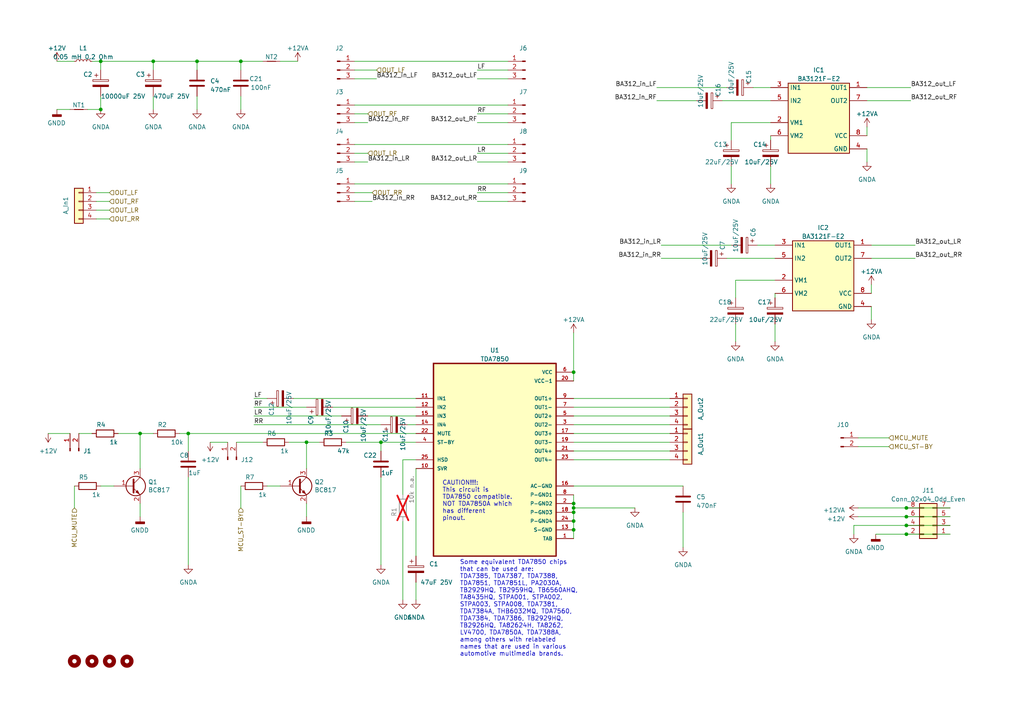
<source format=kicad_sch>
(kicad_sch (version 20230121) (generator eeschema)
  (paper "A4")
  (lib_symbols
    (symbol "BA3121F-E2:BA3121F-E2"
      (property "Reference" "IC" (at 24.13 7.62 0))
      (property "Value" "BA3121F-E2" (at 24.13 5.08 0))
      (symbol "BA3121F-E2_1_1"
        (rectangle (start 5.08 2.54) (end 22.86 -17.78) (stroke (width 0.254)) (fill (type background)))
        (pin passive line (at 27.94 1.27 180) (length 5.08) (name "OUT1") (number "1"))
        (pin passive line (at 0 -8.89 0) (length 5.08) (name "VM1") (number "2"))
        (pin passive line (at 0 1.27 0) (length 5.08) (name "IN1") (number "3"))
        (pin passive line (at 27.94 -16.51 180) (length 5.08) (name "GND") (number "4"))
        (pin passive line (at 0 -2.54 0) (length 5.08) (name "IN2") (number "5"))
        (pin passive line (at 0 -12.7 0) (length 5.08) (name "VM2") (number "6"))
        (pin passive line (at 27.94 -2.54 180) (length 5.08) (name "OUT2") (number "7"))
        (pin passive line (at 27.94 -12.7 180) (length 5.08) (name "VCC") (number "8"))
      )
    )
    (symbol "Connector:Conn_01x02_Pin" (pin_names (offset 1.016) hide)
      (property "Reference" "J" (at 0 2.54 0))
      (property "Value" "Conn_01x02_Pin" (at 0 -5.08 0))
      (symbol "Conn_01x02_Pin_1_1"
        (polyline (pts (xy 1.27 -2.54) (xy 0.8636 -2.54)) (stroke (width 0.1524)))
        (polyline (pts (xy 1.27 0) (xy 0.8636 0)) (stroke (width 0.1524)))
        (rectangle (start 0.8636 -2.413) (end 0 -2.667) (stroke (width 0.1524)) (fill (type outline)))
        (rectangle (start 0.8636 0.127) (end 0 -0.127) (stroke (width 0.1524)) (fill (type outline)))
        (pin passive line (at 5.08 0 180) (length 3.81) (name "Pin_1") (number "1"))
        (pin passive line (at 5.08 -2.54 180) (length 3.81) (name "Pin_2") (number "2"))
      )
    )
    (symbol "Connector:Conn_01x03_Pin" (pin_names (offset 1.016) hide)
      (property "Reference" "J" (at 0 5.08 0))
      (property "Value" "Conn_01x03_Pin" (at 0 -5.08 0))
      (symbol "Conn_01x03_Pin_1_1"
        (polyline (pts (xy 1.27 -2.54) (xy 0.8636 -2.54)) (stroke (width 0.1524)))
        (polyline (pts (xy 1.27 0) (xy 0.8636 0)) (stroke (width 0.1524)))
        (polyline (pts (xy 1.27 2.54) (xy 0.8636 2.54)) (stroke (width 0.1524)))
        (rectangle (start 0.8636 -2.413) (end 0 -2.667) (stroke (width 0.1524)) (fill (type outline)))
        (rectangle (start 0.8636 0.127) (end 0 -0.127) (stroke (width 0.1524)) (fill (type outline)))
        (rectangle (start 0.8636 2.667) (end 0 2.413) (stroke (width 0.1524)) (fill (type outline)))
        (pin passive line (at 5.08 2.54 180) (length 3.81) (name "Pin_1") (number "1"))
        (pin passive line (at 5.08 0 180) (length 3.81) (name "Pin_2") (number "2"))
        (pin passive line (at 5.08 -2.54 180) (length 3.81) (name "Pin_3") (number "3"))
      )
    )
    (symbol "Connector_Generic:Conn_01x04" (pin_names (offset 1.016) hide)
      (property "Reference" "J" (at 0 5.08 0))
      (property "Value" "Conn_01x04" (at 0 -7.62 0))
      (symbol "Conn_01x04_1_1"
        (rectangle (start -1.27 -4.953) (end 0 -5.207) (stroke (width 0.1524)))
        (rectangle (start -1.27 -2.413) (end 0 -2.667) (stroke (width 0.1524)))
        (rectangle (start -1.27 0.127) (end 0 -0.127) (stroke (width 0.1524)))
        (rectangle (start -1.27 2.667) (end 0 2.413) (stroke (width 0.1524)))
        (rectangle (start -1.27 3.81) (end 1.27 -6.35) (stroke (width 0.254)) (fill (type background)))
        (pin passive line (at -5.08 2.54 0) (length 3.81) (name "Pin_1") (number "1"))
        (pin passive line (at -5.08 0 0) (length 3.81) (name "Pin_2") (number "2"))
        (pin passive line (at -5.08 -2.54 0) (length 3.81) (name "Pin_3") (number "3"))
        (pin passive line (at -5.08 -5.08 0) (length 3.81) (name "Pin_4") (number "4"))
      )
    )
    (symbol "Connector_Generic:Conn_02x04_Odd_Even" (pin_names (offset 1.016) hide)
      (property "Reference" "J" (at 1.27 5.08 0))
      (property "Value" "Conn_02x04_Odd_Even" (at 1.27 -7.62 0))
      (symbol "Conn_02x04_Odd_Even_1_1"
        (rectangle (start -1.27 -4.953) (end 0 -5.207) (stroke (width 0.1524)))
        (rectangle (start -1.27 -2.413) (end 0 -2.667) (stroke (width 0.1524)))
        (rectangle (start -1.27 0.127) (end 0 -0.127) (stroke (width 0.1524)))
        (rectangle (start -1.27 2.667) (end 0 2.413) (stroke (width 0.1524)))
        (rectangle (start -1.27 3.81) (end 3.81 -6.35) (stroke (width 0.254)) (fill (type background)))
        (rectangle (start 3.81 -4.953) (end 2.54 -5.207) (stroke (width 0.1524)))
        (rectangle (start 3.81 -2.413) (end 2.54 -2.667) (stroke (width 0.1524)))
        (rectangle (start 3.81 0.127) (end 2.54 -0.127) (stroke (width 0.1524)))
        (rectangle (start 3.81 2.667) (end 2.54 2.413) (stroke (width 0.1524)))
        (pin passive line (at -5.08 2.54 0) (length 3.81) (name "Pin_1") (number "1"))
        (pin passive line (at 7.62 2.54 180) (length 3.81) (name "Pin_2") (number "2"))
        (pin passive line (at -5.08 0 0) (length 3.81) (name "Pin_3") (number "3"))
        (pin passive line (at 7.62 0 180) (length 3.81) (name "Pin_4") (number "4"))
        (pin passive line (at -5.08 -2.54 0) (length 3.81) (name "Pin_5") (number "5"))
        (pin passive line (at 7.62 -2.54 180) (length 3.81) (name "Pin_6") (number "6"))
        (pin passive line (at -5.08 -5.08 0) (length 3.81) (name "Pin_7") (number "7"))
        (pin passive line (at 7.62 -5.08 180) (length 3.81) (name "Pin_8") (number "8"))
      )
    )
    (symbol "Device:C" (pin_numbers hide) (pin_names (offset 0.254))
      (property "Reference" "C" (at 0.635 2.54 0))
      (property "Value" "C" (at 0.635 -2.54 0))
      (symbol "C_0_1"
        (polyline (pts (xy -2.032 -0.762) (xy 2.032 -0.762)) (stroke (width 0.508)))
        (polyline (pts (xy -2.032 0.762) (xy 2.032 0.762)) (stroke (width 0.508)))
      )
      (symbol "C_1_1"
        (pin passive line (at 0 3.81 270) (length 2.794) (name "~") (number "1"))
        (pin passive line (at 0 -3.81 90) (length 2.794) (name "~") (number "2"))
      )
    )
    (symbol "Device:C_Polarized" (pin_numbers hide) (pin_names (offset 0.254))
      (property "Reference" "C" (at 0.635 2.54 0))
      (property "Value" "C_Polarized" (at 0.635 -2.54 0))
      (symbol "C_Polarized_0_1"
        (rectangle (start -2.286 0.508) (end 2.286 1.016))
        (polyline (pts (xy -1.778 2.286) (xy -0.762 2.286)))
        (polyline (pts (xy -1.27 2.794) (xy -1.27 1.778)))
        (rectangle (start 2.286 -0.508) (end -2.286 -1.016) (fill (type outline)))
      )
      (symbol "C_Polarized_1_1"
        (pin passive line (at 0 3.81 270) (length 2.794) (name "~") (number "1"))
        (pin passive line (at 0 -3.81 90) (length 2.794) (name "~") (number "2"))
      )
    )
    (symbol "Device:L_Small" (pin_numbers hide) (pin_names (offset 0.254) hide)
      (property "Reference" "L" (at 0.762 1.016 0))
      (property "Value" "L_Small" (at 0.762 -1.016 0))
      (symbol "L_Small_0_1"
        (arc (start 0 -2.032) (mid 0.5058 -1.524) (end 0 -1.016))
        (arc (start 0 -1.016) (mid 0.5058 -0.508) (end 0 0))
        (arc (start 0 0) (mid 0.5058 0.508) (end 0 1.016))
        (arc (start 0 1.016) (mid 0.5058 1.524) (end 0 2.032))
      )
      (symbol "L_Small_1_1"
        (pin passive line (at 0 2.54 270) (length 0.508) (name "~") (number "1"))
        (pin passive line (at 0 -2.54 90) (length 0.508) (name "~") (number "2"))
      )
    )
    (symbol "Device:NetTie_2" (pin_numbers hide) (pin_names (offset 0) hide) (in_bom no)
      (property "Reference" "NT" (at 0 1.27 0))
      (property "Value" "NetTie_2" (at 0 -1.27 0))
      (symbol "NetTie_2_0_1"
        (polyline (pts (xy -1.27 0) (xy 1.27 0)) (stroke (width 0.254)))
      )
      (symbol "NetTie_2_1_1"
        (pin passive line (at -2.54 0 0) (length 2.54) (name "1") (number "1"))
        (pin passive line (at 2.54 0 180) (length 2.54) (name "2") (number "2"))
      )
    )
    (symbol "Device:R" (pin_numbers hide) (pin_names (offset 0))
      (property "Reference" "R" (at 2.032 0 90))
      (property "Value" "R" (at 0 0 90))
      (symbol "R_0_1"
        (rectangle (start -1.016 -2.54) (end 1.016 2.54) (stroke (width 0.254)))
      )
      (symbol "R_1_1"
        (pin passive line (at 0 3.81 270) (length 1.27) (name "~") (number "1"))
        (pin passive line (at 0 -3.81 90) (length 1.27) (name "~") (number "2"))
      )
    )
    (symbol "Mechanical:MountingHole" (pin_names (offset 1.016))
      (property "Reference" "H" (at 0 5.08 0))
      (property "Value" "MountingHole" (at 0 3.175 0))
      (symbol "MountingHole_0_1"
        (circle (center 0 0) (radius 1.27) (stroke (width 1.27)))
      )
    )
    (symbol "TDA7850:TDA7850" (pin_names (offset 1.016))
      (property "Reference" "U" (at -17.8261 29.0149 0))
      (property "Value" "TDA7850" (at -17.7873 -31.9532 0))
      (symbol "TDA7850_0_0"
        (rectangle (start -17.78 -27.94) (end 17.78 27.94) (stroke (width 0.41)) (fill (type background)))
        (pin power_in line (at 22.86 -22.86 180) (length 5.08) (name "TAB") (number "1"))
        (pin bidirectional line (at -22.86 -2.54 0) (length 5.08) (name "SVR") (number "10"))
        (pin input line (at -22.86 17.78 0) (length 5.08) (name "IN1") (number "11"))
        (pin input line (at -22.86 15.24 0) (length 5.08) (name "IN2") (number "12"))
        (pin power_in line (at 22.86 -20.32 180) (length 5.08) (name "S-GND") (number "13"))
        (pin input line (at -22.86 10.16 0) (length 5.08) (name "IN4") (number "14"))
        (pin input line (at -22.86 12.7 0) (length 5.08) (name "IN3") (number "15"))
        (pin power_in line (at 22.86 -7.62 180) (length 5.08) (name "AC-GND") (number "16"))
        (pin output line (at 22.86 7.62 180) (length 5.08) (name "OUT3+") (number "17"))
        (pin power_in line (at 22.86 -15.24 180) (length 5.08) (name "P-GND3") (number "18"))
        (pin output line (at 22.86 5.08 180) (length 5.08) (name "OUT3-") (number "19"))
        (pin power_in line (at 22.86 -12.7 180) (length 5.08) (name "P-GND2") (number "2"))
        (pin power_in line (at 22.86 22.86 180) (length 5.08) (name "VCC-1") (number "20"))
        (pin output line (at 22.86 2.54 180) (length 5.08) (name "OUT4+") (number "21"))
        (pin input line (at -22.86 7.62 0) (length 5.08) (name "MUTE") (number "22"))
        (pin output line (at 22.86 0 180) (length 5.08) (name "OUT4-") (number "23"))
        (pin power_in line (at 22.86 -17.78 180) (length 5.08) (name "P-GND4") (number "24"))
        (pin bidirectional line (at -22.86 0 0) (length 5.08) (name "HSD") (number "25"))
        (pin output line (at 22.86 10.16 180) (length 5.08) (name "OUT2-") (number "3"))
        (pin input line (at -22.86 5.08 0) (length 5.08) (name "ST-BY") (number "4"))
        (pin output line (at 22.86 12.7 180) (length 5.08) (name "OUT2+") (number "5"))
        (pin power_in line (at 22.86 25.4 180) (length 5.08) (name "VCC") (number "6"))
        (pin output line (at 22.86 15.24 180) (length 5.08) (name "OUT1-") (number "7"))
        (pin power_in line (at 22.86 -10.16 180) (length 5.08) (name "P-GND1") (number "8"))
        (pin output line (at 22.86 17.78 180) (length 5.08) (name "OUT1+") (number "9"))
      )
    )
    (symbol "Transistor_BJT:BC817" (pin_names (offset 0) hide)
      (property "Reference" "Q" (at 5.08 1.905 0))
      (property "Value" "BC817" (at 5.08 0 0))
      (symbol "BC817_0_1"
        (polyline (pts (xy 0.635 0.635) (xy 2.54 2.54)))
        (polyline (pts (xy 0.635 -0.635) (xy 2.54 -2.54) (xy 2.54 -2.54)))
        (polyline (pts (xy 0.635 1.905) (xy 0.635 -1.905) (xy 0.635 -1.905)) (stroke (width 0.508)))
        (polyline (pts (xy 1.27 -1.778) (xy 1.778 -1.27) (xy 2.286 -2.286) (xy 1.27 -1.778) (xy 1.27 -1.778)) (fill (type outline)))
        (circle (center 1.27 0) (radius 2.8194) (stroke (width 0.254)))
      )
      (symbol "BC817_1_1"
        (pin input line (at -5.08 0 0) (length 5.715) (name "B") (number "1"))
        (pin passive line (at 2.54 -5.08 90) (length 2.54) (name "E") (number "2"))
        (pin passive line (at 2.54 5.08 270) (length 2.54) (name "C") (number "3"))
      )
    )
    (symbol "power:+12V" (power) (pin_names (offset 0))
      (property "Value" "+12V" (at 0 3.556 0))
      (symbol "+12V_0_1"
        (polyline (pts (xy -0.762 1.27) (xy 0 2.54)))
        (polyline (pts (xy 0 0) (xy 0 2.54)))
        (polyline (pts (xy 0 2.54) (xy 0.762 1.27)))
      )
      (symbol "+12V_1_1"
        (pin power_in line (at 0 0 90) (length 0) hide (name "+12V") (number "1"))
      )
    )
    (symbol "power:+12VA" (power) (pin_names (offset 0))
      (property "Value" "+12VA" (at 0 3.556 0))
      (symbol "+12VA_0_1"
        (polyline (pts (xy -0.762 1.27) (xy 0 2.54)))
        (polyline (pts (xy 0 0) (xy 0 2.54)))
        (polyline (pts (xy 0 2.54) (xy 0.762 1.27)))
      )
      (symbol "+12VA_1_1"
        (pin power_in line (at 0 0 90) (length 0) hide (name "+12VA") (number "1"))
      )
    )
    (symbol "power:GNDA" (power) (pin_names (offset 0))
      (property "Value" "GNDA" (at 0 -3.81 0))
      (symbol "GNDA_0_1"
        (polyline (pts (xy 0 0) (xy 0 -1.27) (xy 1.27 -1.27) (xy 0 -2.54) (xy -1.27 -1.27) (xy 0 -1.27)))
      )
      (symbol "GNDA_1_1"
        (pin power_in line (at 0 0 270) (length 0) hide (name "GNDA") (number "1"))
      )
    )
    (symbol "power:GNDD" (power) (pin_names (offset 0))
      (property "Value" "GNDD" (at 0 -3.175 0))
      (symbol "GNDD_0_1"
        (rectangle (start -1.27 -1.524) (end 1.27 -2.032) (stroke (width 0.254)) (fill (type outline)))
        (polyline (pts (xy 0 0) (xy 0 -1.524)))
      )
      (symbol "GNDD_1_1"
        (pin power_in line (at 0 0 270) (length 0) hide (name "GNDD") (number "1"))
      )
    )
  )
  (junction (at 166.37 107.95))
  (junction (at 44.45 17.78))
  (junction (at 29.21 31.75))
  (junction (at 110.49 128.27))
  (junction (at 166.37 151.13))
  (junction (at 262.89 154.94))
  (junction (at 69.85 17.78))
  (junction (at 262.89 152.4))
  (junction (at 54.61 125.73))
  (junction (at 29.21 17.78))
  (junction (at 57.15 17.78))
  (junction (at 166.37 153.67))
  (junction (at 262.89 149.86))
  (junction (at 166.37 148.59))
  (junction (at 40.64 125.73))
  (junction (at 166.37 146.05))
  (junction (at 166.37 147.32))
  (junction (at 88.9 128.27))
  (junction (at 262.89 147.32))
  (wire (pts (xy 166.37 151.13) (xy 166.37 153.67)))
  (wire (pts (xy 166.37 147.32) (xy 166.37 148.59)))
  (wire (pts (xy 209.55 29.21) (xy 223.52 29.21)))
  (wire (pts (xy 40.64 146.05) (xy 40.64 149.86)))
  (wire (pts (xy 77.47 140.97) (xy 81.28 140.97)))
  (wire (pts (xy 102.87 46.99) (xy 106.68 46.99)))
  (wire (pts (xy 26.67 17.78) (xy 29.21 17.78)))
  (wire (pts (xy 69.85 17.78) (xy 69.85 20.32)))
  (wire (pts (xy 251.46 29.21) (xy 264.16 29.21)))
  (wire (pts (xy 52.07 125.73) (xy 54.61 125.73)))
  (wire (pts (xy 31.75 60.96) (xy 27.94 60.96)))
  (wire (pts (xy 88.9 128.27) (xy 88.9 135.89)))
  (wire (pts (xy 191.77 74.93) (xy 203.2 74.93)))
  (wire (pts (xy 40.64 125.73) (xy 40.64 135.89)))
  (wire (pts (xy 252.73 74.93) (xy 265.43 74.93)))
  (wire (pts (xy 88.9 128.27) (xy 92.71 128.27)))
  (wire (pts (xy 212.09 48.26) (xy 212.09 53.34)))
  (wire (pts (xy 224.79 93.98) (xy 224.79 99.06)))
  (wire (pts (xy 219.71 71.12) (xy 224.79 71.12)))
  (wire (pts (xy 29.21 17.78) (xy 44.45 17.78)))
  (wire (pts (xy 120.65 168.91) (xy 120.65 173.99)))
  (wire (pts (xy 166.37 128.27) (xy 194.31 128.27)))
  (wire (pts (xy 110.49 138.43) (xy 110.49 163.83)))
  (wire (pts (xy 110.49 128.27) (xy 120.65 128.27)))
  (wire (pts (xy 116.84 151.13) (xy 116.84 173.99)))
  (wire (pts (xy 118.11 123.19) (xy 120.65 123.19)))
  (wire (pts (xy 262.89 147.32) (xy 275.59 147.32)))
  (wire (pts (xy 166.37 153.67) (xy 166.37 156.21)))
  (wire (pts (xy 69.85 17.78) (xy 76.2 17.78)))
  (wire (pts (xy 251.46 36.83) (xy 251.46 39.37)))
  (wire (pts (xy 73.66 123.19) (xy 110.49 123.19)))
  (wire (pts (xy 223.52 35.56) (xy 212.09 35.56)))
  (wire (pts (xy 138.43 46.99) (xy 147.32 46.99)))
  (wire (pts (xy 44.45 27.94) (xy 44.45 31.75)))
  (wire (pts (xy 29.21 20.32) (xy 29.21 17.78)))
  (wire (pts (xy 254 154.94) (xy 262.89 154.94)))
  (wire (pts (xy 57.15 27.94) (xy 57.15 31.75)))
  (wire (pts (xy 120.65 135.89) (xy 120.65 161.29)))
  (wire (pts (xy 166.37 125.73) (xy 194.31 125.73)))
  (wire (pts (xy 29.21 27.94) (xy 29.21 31.75)))
  (wire (pts (xy 166.37 143.51) (xy 166.37 146.05)))
  (wire (pts (xy 102.87 30.48) (xy 147.32 30.48)))
  (wire (pts (xy 224.79 85.09) (xy 224.79 86.36)))
  (wire (pts (xy 110.49 128.27) (xy 110.49 130.81)))
  (wire (pts (xy 166.37 133.35) (xy 194.31 133.35)))
  (wire (pts (xy 166.37 130.81) (xy 194.31 130.81)))
  (wire (pts (xy 16.51 17.78) (xy 21.59 17.78)))
  (wire (pts (xy 166.37 118.11) (xy 194.31 118.11)))
  (wire (pts (xy 190.5 29.21) (xy 201.93 29.21)))
  (wire (pts (xy 213.36 81.28) (xy 213.36 86.36)))
  (wire (pts (xy 213.36 93.98) (xy 213.36 99.06)))
  (wire (pts (xy 248.92 129.54) (xy 257.81 129.54)))
  (wire (pts (xy 106.68 44.45) (xy 102.87 44.45)))
  (wire (pts (xy 40.64 125.73) (xy 44.45 125.73)))
  (wire (pts (xy 102.87 58.42) (xy 107.95 58.42)))
  (wire (pts (xy 198.12 148.59) (xy 198.12 158.75)))
  (wire (pts (xy 210.82 74.93) (xy 224.79 74.93)))
  (wire (pts (xy 100.33 128.27) (xy 110.49 128.27)))
  (wire (pts (xy 138.43 55.88) (xy 147.32 55.88)))
  (wire (pts (xy 166.37 115.57) (xy 194.31 115.57)))
  (wire (pts (xy 252.73 88.9) (xy 252.73 92.71)))
  (wire (pts (xy 102.87 35.56) (xy 106.68 35.56)))
  (wire (pts (xy 212.09 35.56) (xy 212.09 40.64)))
  (wire (pts (xy 191.77 71.12) (xy 212.09 71.12)))
  (wire (pts (xy 102.87 17.78) (xy 147.32 17.78)))
  (wire (pts (xy 138.43 44.45) (xy 147.32 44.45)))
  (wire (pts (xy 251.46 25.4) (xy 264.16 25.4)))
  (wire (pts (xy 248.92 127) (xy 257.81 127)))
  (wire (pts (xy 31.75 63.5) (xy 27.94 63.5)))
  (wire (pts (xy 262.89 149.86) (xy 275.59 149.86)))
  (wire (pts (xy 54.61 125.73) (xy 120.65 125.73)))
  (wire (pts (xy 166.37 147.32) (xy 184.15 147.32)))
  (wire (pts (xy 166.37 120.65) (xy 194.31 120.65)))
  (wire (pts (xy 34.29 125.73) (xy 40.64 125.73)))
  (wire (pts (xy 224.79 81.28) (xy 213.36 81.28)))
  (wire (pts (xy 73.66 115.57) (xy 77.47 115.57)))
  (wire (pts (xy 81.28 17.78) (xy 86.36 17.78)))
  (wire (pts (xy 22.86 125.73) (xy 26.67 125.73)))
  (wire (pts (xy 109.22 20.32) (xy 102.87 20.32)))
  (wire (pts (xy 44.45 17.78) (xy 57.15 17.78)))
  (wire (pts (xy 13.97 125.73) (xy 20.32 125.73)))
  (wire (pts (xy 57.15 17.78) (xy 69.85 17.78)))
  (wire (pts (xy 88.9 146.05) (xy 88.9 149.86)))
  (wire (pts (xy 54.61 138.43) (xy 54.61 163.83)))
  (wire (pts (xy 21.59 140.97) (xy 21.59 147.32)))
  (wire (pts (xy 138.43 22.86) (xy 147.32 22.86)))
  (wire (pts (xy 96.52 118.11) (xy 120.65 118.11)))
  (wire (pts (xy 102.87 41.91) (xy 147.32 41.91)))
  (wire (pts (xy 262.89 152.4) (xy 275.59 152.4)))
  (wire (pts (xy 102.87 53.34) (xy 147.32 53.34)))
  (wire (pts (xy 31.75 58.42) (xy 27.94 58.42)))
  (wire (pts (xy 68.58 128.27) (xy 76.2 128.27)))
  (wire (pts (xy 107.95 55.88) (xy 102.87 55.88)))
  (wire (pts (xy 138.43 35.56) (xy 147.32 35.56)))
  (wire (pts (xy 60.96 128.27) (xy 66.04 128.27)))
  (wire (pts (xy 54.61 125.73) (xy 54.61 130.81)))
  (wire (pts (xy 116.84 133.35) (xy 120.65 133.35)))
  (wire (pts (xy 25.4 31.75) (xy 29.21 31.75)))
  (wire (pts (xy 16.51 31.75) (xy 20.32 31.75)))
  (wire (pts (xy 252.73 71.12) (xy 265.43 71.12)))
  (wire (pts (xy 248.92 147.32) (xy 262.89 147.32)))
  (wire (pts (xy 190.5 25.4) (xy 210.82 25.4)))
  (wire (pts (xy 262.89 154.94) (xy 275.59 154.94)))
  (wire (pts (xy 31.75 55.88) (xy 27.94 55.88)))
  (wire (pts (xy 251.46 43.18) (xy 251.46 46.99)))
  (wire (pts (xy 166.37 140.97) (xy 198.12 140.97)))
  (wire (pts (xy 166.37 96.52) (xy 166.37 107.95)))
  (wire (pts (xy 223.52 48.26) (xy 223.52 53.34)))
  (wire (pts (xy 247.65 152.4) (xy 262.89 152.4)))
  (wire (pts (xy 116.84 143.51) (xy 116.84 133.35)))
  (wire (pts (xy 83.82 128.27) (xy 88.9 128.27)))
  (wire (pts (xy 69.85 140.97) (xy 69.85 147.32)))
  (wire (pts (xy 73.66 120.65) (xy 99.06 120.65)))
  (wire (pts (xy 247.65 152.4) (xy 247.65 154.94)))
  (wire (pts (xy 252.73 82.55) (xy 252.73 85.09)))
  (wire (pts (xy 166.37 146.05) (xy 166.37 147.32)))
  (wire (pts (xy 166.37 107.95) (xy 166.37 110.49)))
  (wire (pts (xy 85.09 115.57) (xy 120.65 115.57)))
  (wire (pts (xy 73.66 118.11) (xy 88.9 118.11)))
  (wire (pts (xy 138.43 20.32) (xy 147.32 20.32)))
  (wire (pts (xy 166.37 148.59) (xy 166.37 151.13)))
  (wire (pts (xy 69.85 27.94) (xy 69.85 31.75)))
  (wire (pts (xy 44.45 17.78) (xy 44.45 20.32)))
  (wire (pts (xy 248.92 149.86) (xy 262.89 149.86)))
  (wire (pts (xy 223.52 39.37) (xy 223.52 40.64)))
  (wire (pts (xy 29.21 140.97) (xy 33.02 140.97)))
  (wire (pts (xy 138.43 58.42) (xy 147.32 58.42)))
  (wire (pts (xy 218.44 25.4) (xy 223.52 25.4)))
  (wire (pts (xy 166.37 123.19) (xy 194.31 123.19)))
  (wire (pts (xy 106.68 33.02) (xy 102.87 33.02)))
  (wire (pts (xy 138.43 33.02) (xy 147.32 33.02)))
  (wire (pts (xy 102.87 22.86) (xy 109.22 22.86)))
  (wire (pts (xy 106.68 120.65) (xy 120.65 120.65)))
  (wire (pts (xy 57.15 17.78) (xy 57.15 20.32)))
  (text "Some equivalent TDA7850 chips\nthat can be used are:\nTDA7385, TDA7387, TDA7388,\nTDA7851, TDA7851L, PA2030A,\nTB2929HQ, TB2959HQ, TB6560AHQ,\nTA8435HQ, STPA001, STPA002,\nSTPA003, STPA008, TDA7381,\nTDA7384A, THB6032MQ, TDA7560,\nTDA7384, TDA7386, TB2929HQ,\nTB2926HQ, TA82624H, TA8262,\nLV4700, TDA7850A, TDA7388A,\namong others with relabeled\nnames that are used in various\nautomotive multimedia brands." (at 133.35 190.5 0) (effects (font (size 1.27 1.27)) (justify left bottom)))
  (text "CAUTION!!!:\nThis circuit is\nTDA7850 compatible.\nNOT TDA7850A which\nhas different\npinout." (at 128.27 151.13 0) (effects (font (size 1.27 1.27)) (justify left bottom)))
  (label "RR" (at 73.66 123.19 0))
  (label "BA312_in_RR" (at 107.95 58.42 0))
  (label "LR" (at 73.66 120.65 0))
  (label "RR" (at 138.43 55.88 0))
  (label "BA312_in_LR" (at 106.68 46.99 0))
  (label "BA312_out_RR" (at 138.43 58.42 180))
  (label "LR" (at 138.43 44.45 0))
  (label "LF" (at 97.79 -24.13 0))
  (label "BA312_in_RF" (at 190.5 29.21 180))
  (label "BA312_out_RF" (at 264.16 29.21 0))
  (label "BA312_out_LR" (at 138.43 46.99 180))
  (label "BA312_in_LF" (at 109.22 22.86 0))
  (label "BA312_in_RF" (at 106.68 35.56 0))
  (label "BA312_out_LF" (at 138.43 22.86 180))
  (label "LF" (at 73.66 115.57 0))
  (label "BA312_out_LR" (at 265.43 71.12 0))
  (label "BA312_out_RF" (at 138.43 35.56 180))
  (label "BA312_out_LF" (at 264.16 25.4 0))
  (label "BA312_in_RR" (at 191.77 74.93 180))
  (label "BA312_in_LF" (at 190.5 25.4 180))
  (label "RF" (at 138.43 33.02 0))
  (label "LF" (at 138.43 20.32 0))
  (label "BA312_in_LR" (at 191.77 71.12 180))
  (label "BA312_out_RR" (at 265.43 74.93 0))
  (label "RF" (at 73.66 118.11 0))
  (hierarchical_label "OUT_LF" (shape input) (at 109.22 20.32 0))
  (hierarchical_label "OUT_LF" (shape input) (at 31.75 55.88 0))
  (hierarchical_label "OUT_RF" (shape input) (at 31.75 58.42 0))
  (hierarchical_label "OUT_RR" (shape input) (at 107.95 55.88 0))
  (hierarchical_label "MCU_MUTE" (shape input) (at 257.81 127 0))
  (hierarchical_label "OUT_RR" (shape input) (at 31.75 63.5 0))
  (hierarchical_label "MCU_ST-BY" (shape input) (at 69.85 147.32 270))
  (hierarchical_label "OUT_LR" (shape input) (at 106.68 44.45 0))
  (hierarchical_label "OUT_RF" (shape input) (at 106.68 33.02 0))
  (hierarchical_label "OUT_LR" (shape input) (at 31.75 60.96 0))
  (hierarchical_label "MCU_ST-BY" (shape input) (at 257.81 129.54 0))
  (hierarchical_label "MCU_MUTE" (shape input) (at 21.59 147.32 270))
  (symbol (lib_id "Device:C") (at 57.15 24.13 0) (unit 1)
    (property "Reference" "C4" (at 60.96 23.495 0) (effects (justify left)))
    (property "Value" "470nF" (at 60.96 26.035 0) (effects (justify left)))
    (property "Footprint" "Capacitor_SMD:C_0603_1608Metric" (effects hide))
    (property "Manufacturer" "SAMSUNG" (effects hide))
    (property "Manufacturer no." "CL10B474KA8NFNC" (effects hide))
    (property "TME no." "CL10B474KA8NFNC" (effects hide))
  )
  (symbol (lib_id "Connector:Conn_01x03_Pin") (at 97.79 20.32 0) (unit 1)
    (property "Reference" "J2" (at 98.425 13.97 0))
    (property "Value" "Conn_01x03_Pin" (effects hide))
    (property "Footprint" "Connector_PinSocket_2.54mm:PinSocket_1x03_P2.54mm_Vertical" (effects hide))
  )
  (symbol (lib_id "Mechanical:MountingHole") (at 31.75 191.77 0) (unit 1)
    (property "Reference" "H3" (effects hide))
    (property "Value" "MountingHole" (effects hide))
    (property "Footprint" "MountingHole:MountingHole_3.2mm_M3" (effects hide))
  )
  (symbol (lib_id "power:+12V") (at 248.92 149.86 90) (unit 1)
    (property "Reference" "#PWR020" (effects hide))
    (property "Value" "+12V" (at 245.11 150.495 90) (effects (justify left)))
  )
  (symbol (lib_id "power:GNDA") (at 120.65 173.99 0) (unit 1)
    (property "Reference" "#PWR012" (effects hide))
    (property "Value" "GNDA" (at 120.65 179.07 0))
  )
  (symbol (lib_id "power:GNDA") (at 57.15 31.75 0) (unit 1)
    (property "Reference" "#PWR09" (effects hide))
    (property "Value" "GNDA" (at 57.15 36.83 0))
  )
  (symbol (lib_id "Device:C") (at 69.85 24.13 0) (mirror y) (unit 1)
    (property "Reference" "C21" (at 76.2 22.86 0) (effects (justify left)))
    (property "Value" "100nF" (at 78.74 25.4 0) (effects (justify left)))
    (property "Footprint" "Capacitor_SMD:C_0603_1608Metric" (effects hide))
    (property "TME no." "0603F104Z250CT" (effects hide))
  )
  (symbol (lib_id "Device:R") (at 73.66 140.97 90) (mirror x) (unit 1)
    (property "Reference" "R7" (at 71.12 138.43 90) (effects (justify right)))
    (property "Value" "1k" (at 74.93 143.51 90) (effects (justify right)))
    (property "Footprint" "Resistor_SMD:R_0603_1608Metric" (effects hide))
    (property "Module" "DAB+" (effects hide))
    (property "TME no." "RC0603FR-1310KL" (effects hide))
  )
  (symbol (lib_id "Device:R") (at 48.26 125.73 90) (mirror x) (unit 1)
    (property "Reference" "R2" (at 45.72 123.19 90) (effects (justify right)))
    (property "Value" "10k" (at 49.53 128.27 90) (effects (justify right)))
    (property "Footprint" "Resistor_SMD:R_0603_1608Metric" (effects hide))
    (property "Module" "DAB+" (effects hide))
    (property "TME no." "RC0603FR-1310KL" (effects hide))
  )
  (symbol (lib_id "Device:NetTie_2") (at 22.86 31.75 0) (unit 1) (in_bom no)
    (property "Reference" "NT1" (at 22.86 30.48 0))
    (property "Value" "NetTie_2" (effects hide))
    (property "Footprint" "Tie:Tie" (effects hide))
  )
  (symbol (lib_id "Connector:Conn_01x02_Pin") (at 243.84 127 0) (unit 1)
    (property "Reference" "J10" (at 244.475 123.19 0))
    (property "Value" "Conn_01x02_Pin" (effects hide))
    (property "Footprint" "Connector_PinSocket_2.54mm:PinSocket_1x02_P2.54mm_Vertical" (effects hide))
  )
  (symbol (lib_id "Connector:Conn_01x03_Pin") (at 97.79 44.45 0) (unit 1)
    (property "Reference" "J4" (at 98.425 38.1 0))
    (property "Value" "Conn_01x03_Pin" (effects hide))
    (property "Footprint" "Connector_PinSocket_2.54mm:PinSocket_1x03_P2.54mm_Vertical" (effects hide))
  )
  (symbol (lib_id "TDA7850:TDA7850") (at 143.51 133.35 0) (unit 1)
    (property "Reference" "U1" (at 143.51 101.6 0))
    (property "Value" "TDA7850" (at 143.51 104.14 0))
    (property "Footprint" "TDA7850:TO100P2930X465X1937-25" (effects hide))
    (property "Description" "\nAmplifier IC 4-Channel (Quad) Class AB 25-Flexiwatt (Horizontal)\n" (effects hide))
  )
  (symbol (lib_id "Connector:Conn_01x03_Pin") (at 97.79 33.02 0) (unit 1)
    (property "Reference" "J3" (at 98.425 26.67 0))
    (property "Value" "Conn_01x03_Pin" (effects hide))
    (property "Footprint" "Connector_PinSocket_2.54mm:PinSocket_1x03_P2.54mm_Vertical" (effects hide))
  )
  (symbol (lib_id "Device:L_Small") (at 24.13 17.78 90) (unit 1)
    (property "Reference" "L1" (at 24.13 13.97 90))
    (property "Value" "0.05 mH 0.2 Ohm" (at 24.13 16.51 90))
    (property "Footprint" "Inductor_THT:L_Toroid_Vertical_L16.0mm_W8.0mm_P7.62mm" (effects hide))
  )
  (symbol (lib_id "Device:C_Polarized") (at 223.52 44.45 0) (unit 1)
    (property "Reference" "C14" (at 218.44 41.91 0) (effects (justify left)))
    (property "Value" "10uF/25V" (at 215.9 46.99 0) (effects (justify left)))
    (property "Footprint" "Capacitor_THT:CP_Radial_D5.0mm_P2.00mm" (effects hide))
    (property "Manufacturer" "ELNA" (effects hide))
    (property "Manufacturer no." "RBD 10uF/25V" (effects hide))
  )
  (symbol (lib_id "power:GNDA") (at 247.65 154.94 0) (unit 1)
    (property "Reference" "#PWR022" (effects hide))
    (property "Value" "GNDA" (at 247.65 160.02 0))
  )
  (symbol (lib_id "Device:C_Polarized") (at 92.71 118.11 90) (unit 1)
    (property "Reference" "C9" (at 90.17 123.19 0) (effects (justify left)))
    (property "Value" "10uF/25V" (at 95.25 125.73 0) (effects (justify left)))
    (property "Footprint" "Capacitor_THT:CP_Radial_D5.0mm_P2.00mm" (effects hide))
    (property "Manufacturer" "ELNA" (effects hide))
    (property "Manufacturer no." "RBD 10uF/25V" (effects hide))
  )
  (symbol (lib_id "BA3121F-E2:BA3121F-E2") (at 224.79 72.39 0) (unit 1)
    (property "Reference" "IC2" (at 238.76 66.04 0))
    (property "Value" "BA3121F-E2" (at 238.76 68.58 0))
    (property "Footprint" "BA3121:SOIC127P620X160-8N" (effects hide))
    (property "Datasheet" "http://rohmfs.rohm.com/en/products/databook/datasheet/ic/audio_video/audio_amplifier/ba3121f-e.pdf" (effects hide))
  )
  (symbol (lib_id "Connector:Conn_01x03_Pin") (at 152.4 55.88 0) (mirror y) (unit 1)
    (property "Reference" "J9" (at 151.765 49.53 0))
    (property "Value" "Conn_01x03_Pin" (effects hide))
    (property "Footprint" "Connector_PinSocket_2.54mm:PinSocket_1x03_P2.54mm_Vertical" (effects hide))
  )
  (symbol (lib_id "power:GNDA") (at 252.73 92.71 0) (unit 1)
    (property "Reference" "#PWR032" (effects hide))
    (property "Value" "GNDA" (at 252.73 97.79 0))
  )
  (symbol (lib_id "Connector:Conn_01x03_Pin") (at 152.4 33.02 0) (mirror y) (unit 1)
    (property "Reference" "J7" (at 151.765 26.67 0))
    (property "Value" "Conn_01x03_Pin" (effects hide))
    (property "Footprint" "Connector_PinSocket_2.54mm:PinSocket_1x03_P2.54mm_Vertical" (effects hide))
  )
  (symbol (lib_id "Device:C_Polarized") (at 205.74 29.21 270) (unit 1)
    (property "Reference" "C16" (at 208.28 24.13 0) (effects (justify left)))
    (property "Value" "10uF/25V" (at 203.2 21.59 0) (effects (justify left)))
    (property "Footprint" "Capacitor_THT:CP_Radial_D5.0mm_P2.00mm" (effects hide))
    (property "Manufacturer" "ELNA" (effects hide))
    (property "Manufacturer no." "RBD 10uF/25V" (effects hide))
  )
  (symbol (lib_id "Device:C_Polarized") (at 215.9 71.12 270) (unit 1)
    (property "Reference" "C6" (at 218.44 66.04 0) (effects (justify left)))
    (property "Value" "10uF/25V" (at 213.36 63.5 0) (effects (justify left)))
    (property "Footprint" "Capacitor_THT:CP_Radial_D5.0mm_P2.00mm" (effects hide))
    (property "Manufacturer" "ELNA" (effects hide))
    (property "Manufacturer no." "RBD 10uF/25V" (effects hide))
  )
  (symbol (lib_id "power:GNDD") (at 16.51 31.75 0) (mirror y) (unit 1)
    (property "Reference" "#PWR06" (effects hide))
    (property "Value" "GNDD" (at 16.4084 35.687 0))
  )
  (symbol (lib_id "power:+12V") (at 13.97 125.73 180) (unit 1)
    (property "Reference" "#PWR016" (effects hide))
    (property "Value" "+12V" (at 13.97 130.81 0))
  )
  (symbol (lib_id "power:+12V") (at 16.51 17.78 0) (unit 1)
    (property "Reference" "#PWR04" (effects hide))
    (property "Value" "+12V" (at 16.51 13.97 0))
  )
  (symbol (lib_id "Device:R") (at 30.48 125.73 90) (mirror x) (unit 1)
    (property "Reference" "R4" (at 27.94 123.19 90) (effects (justify right)))
    (property "Value" "1k" (at 31.75 128.27 90) (effects (justify right)))
    (property "Footprint" "Resistor_SMD:R_0603_1608Metric" (effects hide))
    (property "Module" "DAB+" (effects hide))
    (property "TME no." "RC0603FR-1310KL" (effects hide))
  )
  (symbol (lib_id "power:GNDA") (at 69.85 31.75 0) (unit 1)
    (property "Reference" "#PWR010" (effects hide))
    (property "Value" "GNDA" (at 69.85 36.83 0))
  )
  (symbol (lib_id "Device:C_Polarized") (at 214.63 25.4 270) (unit 1)
    (property "Reference" "C15" (at 217.17 20.32 0) (effects (justify left)))
    (property "Value" "10uF/25V" (at 212.09 17.78 0) (effects (justify left)))
    (property "Footprint" "Capacitor_THT:CP_Radial_D5.0mm_P2.00mm" (effects hide))
    (property "Manufacturer" "ELNA" (effects hide))
    (property "Manufacturer no." "RBD 10uF/25V" (effects hide))
  )
  (symbol (lib_id "Device:C_Polarized") (at 44.45 24.13 0) (unit 1)
    (property "Reference" "C3" (at 39.37 21.59 0) (effects (justify left)))
    (property "Value" "470uF 25V" (at 44.45 27.94 0) (effects (justify left)))
    (property "Footprint" "Capacitor_THT:CP_Radial_D10.0mm_P5.00mm" (effects hide))
    (property "Manufacturer" "AISHI" (effects hide))
    (property "Manufacturer no." "EWH1EV471G16OT" (effects hide))
    (property "TME no." "CE-470/25PHT-Y" (effects hide))
  )
  (symbol (lib_id "Connector_Generic:Conn_01x04") (at 22.86 58.42 0) (mirror y) (unit 1)
    (property "Reference" "A_In1" (at 19.05 62.23 90) (effects (justify left)))
    (property "Value" "Conn_01x04" (effects hide))
    (property "Footprint" "Connector_Phoenix_MC:PhoenixContact_MCV_1,5_4-G-3.5_1x04_P3.50mm_Vertical" (effects hide))
  )
  (symbol (lib_id "power:GNDD") (at 88.9 149.86 0) (mirror y) (unit 1)
    (property "Reference" "#PWR014" (effects hide))
    (property "Value" "GNDD" (at 88.7984 153.797 0))
  )
  (symbol (lib_id "BA3121F-E2:BA3121F-E2") (at 223.52 26.67 0) (unit 1)
    (property "Reference" "IC1" (at 237.49 20.32 0))
    (property "Value" "BA3121F-E2" (at 237.49 22.86 0))
    (property "Footprint" "BA3121:SOIC127P620X160-8N" (effects hide))
    (property "Datasheet" "http://rohmfs.rohm.com/en/products/databook/datasheet/ic/audio_video/audio_amplifier/ba3121f-e.pdf" (effects hide))
  )
  (symbol (lib_id "power:GNDA") (at 224.79 99.06 0) (unit 1)
    (property "Reference" "#PWR030" (effects hide))
    (property "Value" "GNDA" (at 224.79 104.14 0))
  )
  (symbol (lib_id "power:+12V") (at 60.96 128.27 180) (unit 1)
    (property "Reference" "#PWR02" (effects hide))
    (property "Value" "+12V" (at 60.96 133.35 0))
  )
  (symbol (lib_id "Device:R") (at 96.52 128.27 90) (mirror x) (unit 1)
    (property "Reference" "R3" (at 93.98 125.73 90) (effects (justify right)))
    (property "Value" "47k" (at 97.79 130.81 90) (effects (justify right)))
    (property "Footprint" "Resistor_SMD:R_0603_1608Metric" (effects hide))
    (property "Module" "DAB+" (effects hide))
    (property "TME no." "RC0603FR-1310KL" (effects hide))
  )
  (symbol (lib_id "Connector_Generic:Conn_01x04") (at 199.39 128.27 0) (unit 1)
    (property "Reference" "A_Out1" (at 203.2 132.08 90) (effects (justify left)))
    (property "Value" "rozlut + CC-210D" (effects hide))
    (property "Footprint" "Connector_Phoenix_MC_HighVoltage:PhoenixContact_MCV_1,5_4-G-5.08_1x04_P5.08mm_Vertical" (effects hide))
  )
  (symbol (lib_id "Device:C_Polarized") (at 120.65 165.1 0) (unit 1)
    (property "Reference" "C1" (at 124.46 163.576 0) (effects (justify left)))
    (property "Value" "47uF 25V" (at 121.92 168.91 0) (effects (justify left)))
    (property "Footprint" "Capacitor_THT:CP_Radial_D5.0mm_P2.00mm" (effects hide))
    (property "Manufacturer no." "SD1E476M05011BB" (effects hide))
    (property "TME no." "SD1E476M05011BB" (effects hide))
  )
  (symbol (lib_id "Device:C_Polarized") (at 81.28 115.57 90) (unit 1)
    (property "Reference" "C12" (at 78.74 120.65 0) (effects (justify left)))
    (property "Value" "10uF/25V" (at 83.82 123.19 0) (effects (justify left)))
    (property "Footprint" "Capacitor_THT:CP_Radial_D5.0mm_P2.00mm" (effects hide))
    (property "Manufacturer" "ELNA" (effects hide))
    (property "Manufacturer no." "RBD 10uF/25V" (effects hide))
  )
  (symbol (lib_id "power:GNDA") (at 110.49 163.83 0) (unit 1)
    (property "Reference" "#PWR03" (effects hide))
    (property "Value" "GNDA" (at 110.49 168.91 0))
  )
  (symbol (lib_id "Device:C_Polarized") (at 213.36 90.17 0) (unit 1)
    (property "Reference" "C18" (at 208.28 87.63 0) (effects (justify left)))
    (property "Value" "22uF/25V" (at 205.74 92.71 0) (effects (justify left)))
    (property "Footprint" "Capacitor_THT:CP_Radial_D6.3mm_P2.50mm" (effects hide))
    (property "TME no." "UFG1H220MEM" (effects hide))
    (property "Manufacturer" "NICHICON" (effects hide))
    (property "Manufacturer no." "UFG1H220MEM" (effects hide))
  )
  (symbol (lib_id "Device:C") (at 54.61 134.62 0) (unit 1)
    (property "Reference" "C8" (at 52.07 132.08 0) (effects (justify left)))
    (property "Value" "1uF" (at 54.61 137.16 0) (effects (justify left)))
    (property "Footprint" "Capacitor_SMD:C_0603_1608Metric" (effects hide))
    (property "TME no." "CL10B105KA8NNNC" (effects hide))
  )
  (symbol (lib_id "Transistor_BJT:BC817") (at 38.1 140.97 0) (unit 1)
    (property "Reference" "Q1" (at 42.9514 139.8016 0) (effects (justify left)))
    (property "Value" "BC817" (at 42.9514 142.113 0) (effects (justify left)))
    (property "Footprint" "Package_TO_SOT_SMD:SOT-23" (effects hide))
    (property "Datasheet" "https://www.onsemi.com/pub/Collateral/BC818-D.pdf" (effects hide))
    (property "JLCPBC" "C8589" (effects hide))
    (property "TME no." "BC817-16-DIO" (effects hide))
  )
  (symbol (lib_id "Device:C_Polarized") (at 224.79 90.17 0) (unit 1)
    (property "Reference" "C17" (at 219.71 87.63 0) (effects (justify left)))
    (property "Value" "10uF/25V" (at 217.17 92.71 0) (effects (justify left)))
    (property "Footprint" "Capacitor_THT:CP_Radial_D5.0mm_P2.00mm" (effects hide))
    (property "Manufacturer" "ELNA" (effects hide))
    (property "Manufacturer no." "RBD 10uF/25V" (effects hide))
  )
  (symbol (lib_id "power:GNDA") (at 54.61 163.83 0) (unit 1)
    (property "Reference" "#PWR013" (effects hide))
    (property "Value" "GNDA" (at 54.61 168.91 0))
  )
  (symbol (lib_id "power:GNDA") (at 44.45 31.75 0) (unit 1)
    (property "Reference" "#PWR08" (effects hide))
    (property "Value" "GNDA" (at 44.45 36.83 0))
  )
  (symbol (lib_id "power:+12VA") (at 252.73 82.55 0) (unit 1)
    (property "Reference" "#PWR031" (effects hide))
    (property "Value" "+12VA" (at 252.73 78.74 0))
  )
  (symbol (lib_id "Connector:Conn_01x03_Pin") (at 152.4 20.32 0) (mirror y) (unit 1)
    (property "Reference" "J6" (at 151.765 13.97 0))
    (property "Value" "Conn_01x03_Pin" (effects hide))
    (property "Footprint" "Connector_PinSocket_2.54mm:PinSocket_1x03_P2.54mm_Vertical" (effects hide))
  )
  (symbol (lib_id "power:+12VA") (at 166.37 96.52 0) (unit 1)
    (property "Reference" "#PWR011" (effects hide))
    (property "Value" "+12VA" (at 166.37 92.71 0))
  )
  (symbol (lib_id "Device:NetTie_2") (at 78.74 17.78 0) (unit 1) (in_bom no)
    (property "Reference" "NT2" (at 78.74 16.51 0))
    (property "Value" "NetTie_2" (effects hide))
    (property "Footprint" "Tie:Tie" (effects hide))
  )
  (symbol (lib_id "Connector:Conn_01x03_Pin") (at 152.4 44.45 0) (mirror y) (unit 1)
    (property "Reference" "J8" (at 151.765 38.1 0))
    (property "Value" "Conn_01x03_Pin" (effects hide))
    (property "Footprint" "Connector_PinSocket_2.54mm:PinSocket_1x03_P2.54mm_Vertical" (effects hide))
  )
  (symbol (lib_id "Connector_Generic:Conn_02x04_Odd_Even") (at 270.51 152.4 180) (unit 1)
    (property "Reference" "J11" (at 269.24 142.24 0))
    (property "Value" "Conn_02x04_Odd_Even" (at 269.24 144.78 0))
    (property "Footprint" "Connector_PinHeader_2.54mm:PinHeader_2x04_P2.54mm_Vertical" (effects hide))
  )
  (symbol (lib_id "Mechanical:MountingHole") (at 26.67 191.77 0) (unit 1)
    (property "Reference" "H2" (effects hide))
    (property "Value" "MountingHole" (effects hide))
    (property "Footprint" "MountingHole:MountingHole_3.2mm_M3" (effects hide))
  )
  (symbol (lib_id "Connector:Conn_01x03_Pin") (at 97.79 55.88 0) (unit 1)
    (property "Reference" "J5" (at 98.425 49.53 0))
    (property "Value" "Conn_01x03_Pin" (effects hide))
    (property "Footprint" "Connector_PinSocket_2.54mm:PinSocket_1x03_P2.54mm_Vertical" (effects hide))
  )
  (symbol (lib_id "Device:C_Polarized") (at 212.09 44.45 0) (unit 1)
    (property "Reference" "C13" (at 207.01 41.91 0) (effects (justify left)))
    (property "Value" "22uF/25V" (at 204.47 46.99 0) (effects (justify left)))
    (property "Footprint" "Capacitor_THT:CP_Radial_D6.3mm_P2.50mm" (effects hide))
    (property "TME no." "UFG1H220MEM" (effects hide))
    (property "Manufacturer" "NICHICON" (effects hide))
    (property "Manufacturer no." "UFG1H220MEM" (effects hide))
  )
  (symbol (lib_id "Connector_Generic:Conn_01x04") (at 199.39 118.11 0) (unit 1)
    (property "Reference" "A_Out2" (at 203.2 121.92 90) (effects (justify left)))
    (property "Value" "rozlut + CC-210D" (effects hide))
    (property "Footprint" "Connector_Phoenix_MC_HighVoltage:PhoenixContact_MCV_1,5_4-G-5.08_1x04_P5.08mm_Vertical" (effects hide))
  )
  (symbol (lib_id "Device:R") (at 80.01 128.27 90) (mirror x) (unit 1)
    (property "Reference" "R6" (at 77.47 125.73 90) (effects (justify right)))
    (property "Value" "1k" (at 81.28 130.81 90) (effects (justify right)))
    (property "Footprint" "Resistor_SMD:R_0603_1608Metric" (effects hide))
    (property "Module" "DAB+" (effects hide))
    (property "TME no." "RC0603FR-1310KL" (effects hide))
  )
  (symbol (lib_id "power:GNDA") (at 251.46 46.99 0) (unit 1)
    (property "Reference" "#PWR028" (effects hide))
    (property "Value" "GNDA" (at 251.46 52.07 0))
  )
  (symbol (lib_id "Device:C") (at 110.49 134.62 0) (unit 1)
    (property "Reference" "C22" (at 105.41 132.08 0) (effects (justify left)))
    (property "Value" "1uF" (at 110.49 137.16 0) (effects (justify left)))
    (property "Footprint" "Capacitor_SMD:C_0603_1608Metric" (effects hide))
    (property "TME no." "CL10B105KA8NNNC" (effects hide))
  )
  (symbol (lib_id "power:GNDA") (at 29.21 31.75 0) (unit 1)
    (property "Reference" "#PWR05" (effects hide))
    (property "Value" "GNDA" (at 29.21 36.83 0))
  )
  (symbol (lib_id "power:GNDA") (at 213.36 99.06 0) (unit 1)
    (property "Reference" "#PWR029" (effects hide))
    (property "Value" "GNDA" (at 213.36 104.14 0))
  )
  (symbol (lib_id "power:+12VA") (at 248.92 147.32 90) (unit 1)
    (property "Reference" "#PWR021" (effects hide))
    (property "Value" "+12VA" (at 245.11 147.955 90) (effects (justify left)))
  )
  (symbol (lib_id "power:+12VA") (at 86.36 17.78 0) (unit 1)
    (property "Reference" "#PWR07" (effects hide))
    (property "Value" "+12VA" (at 86.36 13.97 0))
  )
  (symbol (lib_id "power:GNDD") (at 254 154.94 0) (mirror y) (unit 1)
    (property "Reference" "#PWR023" (effects hide))
    (property "Value" "GNDD" (at 253.8984 158.877 0))
  )
  (symbol (lib_id "Device:R") (at 25.4 140.97 90) (mirror x) (unit 1)
    (property "Reference" "R5" (at 22.86 138.43 90) (effects (justify right)))
    (property "Value" "1k" (at 26.67 143.51 90) (effects (justify right)))
    (property "Footprint" "Resistor_SMD:R_0603_1608Metric" (effects hide))
    (property "Module" "DAB+" (effects hide))
    (property "TME no." "RC0603FR-1310KL" (effects hide))
  )
  (symbol (lib_id "Device:R") (at 116.84 147.32 0) (mirror x) (unit 1) (dnp yes)
    (property "Reference" "R1" (at 114.3 149.86 90) (effects (justify right)))
    (property "Value" "10k n.a." (at 119.38 146.05 90) (effects (justify right)))
    (property "Footprint" "Resistor_SMD:R_0603_1608Metric" (effects hide))
    (property "Module" "DAB+" (effects hide))
    (property "TME no." "RC0603FR-1310KL" (effects hide))
  )
  (symbol (lib_id "power:+12VA") (at 251.46 36.83 0) (unit 1)
    (property "Reference" "#PWR027" (effects hide))
    (property "Value" "+12VA" (at 251.46 33.02 0))
  )
  (symbol (lib_id "power:GNDA") (at 198.12 158.75 0) (unit 1)
    (property "Reference" "#PWR024" (effects hide))
    (property "Value" "GNDA" (at 198.12 163.83 0))
  )
  (symbol (lib_id "Device:C") (at 198.12 144.78 0) (unit 1)
    (property "Reference" "C5" (at 201.93 144.145 0) (effects (justify left)))
    (property "Value" "470nF" (at 201.93 146.685 0) (effects (justify left)))
    (property "Footprint" "Capacitor_SMD:C_0603_1608Metric" (effects hide))
    (property "Manufacturer" "SAMSUNG" (effects hide))
    (property "Manufacturer no." "CL10B474KA8NFNC" (effects hide))
    (property "TME no." "CL10B474KA8NFNC" (effects hide))
  )
  (symbol (lib_id "Connector:Conn_01x02_Pin") (at 20.32 130.81 90) (unit 1)
    (property "Reference" "J1" (at 24.13 130.81 90) (effects (justify right)))
    (property "Value" "Conn_01x02_Pin" (effects hide))
    (property "Footprint" "Connector_PinSocket_2.54mm:PinSocket_1x02_P2.54mm_Vertical" (effects hide))
  )
  (symbol (lib_id "power:GNDD") (at 40.64 149.86 0) (mirror y) (unit 1)
    (property "Reference" "#PWR015" (effects hide))
    (property "Value" "GNDD" (at 40.5384 153.797 0))
  )
  (symbol (lib_id "power:GNDA") (at 223.52 53.34 0) (unit 1)
    (property "Reference" "#PWR025" (effects hide))
    (property "Value" "GNDA" (at 223.52 58.42 0))
  )
  (symbol (lib_id "power:GNDA") (at 116.84 173.99 0) (unit 1)
    (property "Reference" "#PWR01" (effects hide))
    (property "Value" "GNDA" (at 116.84 179.07 0))
  )
  (symbol (lib_id "Mechanical:MountingHole") (at 21.59 191.77 0) (unit 1)
    (property "Reference" "H1" (effects hide))
    (property "Value" "MountingHole" (effects hide))
    (property "Footprint" "MountingHole:MountingHole_3.2mm_M3" (effects hide))
  )
  (symbol (lib_id "power:GNDA") (at 184.15 147.32 0) (unit 1)
    (property "Reference" "#PWR033" (effects hide))
    (property "Value" "GNDA" (at 184.15 152.4 0))
  )
  (symbol (lib_id "Device:C_Polarized") (at 29.21 24.13 0) (unit 1)
    (property "Reference" "C2" (at 24.13 21.59 0) (effects (justify left)))
    (property "Value" "10000uF 25V" (at 29.21 27.94 0) (effects (justify left)))
    (property "Footprint" "Capacitor_THT:CP_Radial_D18.0mm_P7.50mm" (effects hide))
    (property "Manufacturer" "SAMWHA" (effects hide))
    (property "Manufacturer no." "RD1C109M1835MBB" (effects hide))
    (property "TME no." "RD1C109M1835MBB" (effects hide))
  )
  (symbol (lib_id "Device:C_Polarized") (at 102.87 120.65 90) (unit 1)
    (property "Reference" "C10" (at 100.33 125.73 0) (effects (justify left)))
    (property "Value" "10uF/25V" (at 105.41 128.27 0) (effects (justify left)))
    (property "Footprint" "Capacitor_THT:CP_Radial_D5.0mm_P2.00mm" (effects hide))
    (property "Manufacturer" "ELNA" (effects hide))
    (property "Manufacturer no." "RBD 10uF/25V" (effects hide))
  )
  (symbol (lib_id "Connector:Conn_01x02_Pin") (at 66.04 133.35 90) (unit 1)
    (property "Reference" "J12" (at 69.85 133.35 90) (effects (justify right)))
    (property "Value" "Conn_01x02_Pin" (effects hide))
    (property "Footprint" "Connector_PinSocket_2.54mm:PinSocket_1x02_P2.54mm_Vertical" (effects hide))
  )
  (symbol (lib_id "Mechanical:MountingHole") (at 36.83 191.77 0) (unit 1)
    (property "Reference" "H4" (effects hide))
    (property "Value" "MountingHole" (effects hide))
    (property "Footprint" "MountingHole:MountingHole_3.2mm_M3" (effects hide))
  )
  (symbol (lib_id "power:GNDA") (at 212.09 53.34 0) (unit 1)
    (property "Reference" "#PWR026" (effects hide))
    (property "Value" "GNDA" (at 212.09 58.42 0))
  )
  (symbol (lib_id "Transistor_BJT:BC817") (at 86.36 140.97 0) (unit 1)
    (property "Reference" "Q2" (at 91.2114 139.8016 0) (effects (justify left)))
    (property "Value" "BC817" (at 91.2114 142.113 0) (effects (justify left)))
    (property "Footprint" "Package_TO_SOT_SMD:SOT-23" (effects hide))
    (property "Datasheet" "https://www.onsemi.com/pub/Collateral/BC818-D.pdf" (effects hide))
    (property "JLCPBC" "C8589" (effects hide))
    (property "TME no." "BC817-16-DIO" (effects hide))
  )
  (symbol (lib_id "Device:C_Polarized") (at 207.01 74.93 270) (unit 1)
    (property "Reference" "C7" (at 209.55 69.85 0) (effects (justify left)))
    (property "Value" "10uF/25V" (at 204.47 67.31 0) (effects (justify left)))
    (property "Footprint" "Capacitor_THT:CP_Radial_D5.0mm_P2.00mm" (effects hide))
    (property "Manufacturer" "ELNA" (effects hide))
    (property "Manufacturer no." "RBD 10uF/25V" (effects hide))
  )
  (symbol (lib_id "Device:C_Polarized") (at 114.3 123.19 90) (unit 1)
    (property "Reference" "C11" (at 111.76 128.27 0) (effects (justify left)))
    (property "Value" "10uF/25V" (at 116.84 130.81 0) (effects (justify left)))
    (property "Footprint" "Capacitor_THT:CP_Radial_D5.0mm_P2.00mm" (effects hide))
    (property "Manufacturer" "ELNA" (effects hide))
    (property "Manufacturer no." "RBD 10uF/25V" (effects hide))
  )
)
</source>
